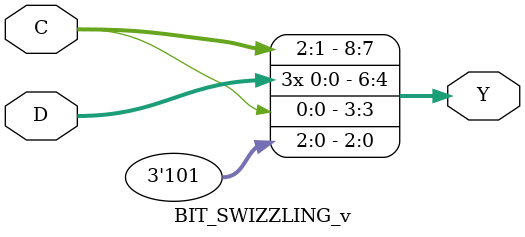
<source format=v>

module BIT_SWIZZLING_v 
(
    input  [4:0] C,
    input  [4:0] D,
    output [8:0] Y
);

assign Y = {C[2:1], {3{D[0]}}, C[0], 3'b101}; //y = c2c1d0d0d0c0101 3'b101 - constant

endmodule
</source>
